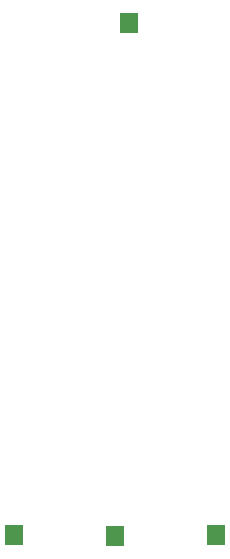
<source format=gbr>
G04 #@! TF.GenerationSoftware,KiCad,Pcbnew,(5.1.5)-3*
G04 #@! TF.CreationDate,2021-02-22T14:13:44+02:00*
G04 #@! TF.ProjectId,Waveform Generator,57617665-666f-4726-9d20-47656e657261,rev?*
G04 #@! TF.SameCoordinates,Original*
G04 #@! TF.FileFunction,Paste,Bot*
G04 #@! TF.FilePolarity,Positive*
%FSLAX46Y46*%
G04 Gerber Fmt 4.6, Leading zero omitted, Abs format (unit mm)*
G04 Created by KiCad (PCBNEW (5.1.5)-3) date 2021-02-22 14:13:44*
%MOMM*%
%LPD*%
G04 APERTURE LIST*
%ADD10R,1.500000X1.700000*%
G04 APERTURE END LIST*
D10*
X40693000Y-64999000D03*
X48050000Y-108380000D03*
X39490000Y-108400000D03*
X31000000Y-108354000D03*
M02*

</source>
